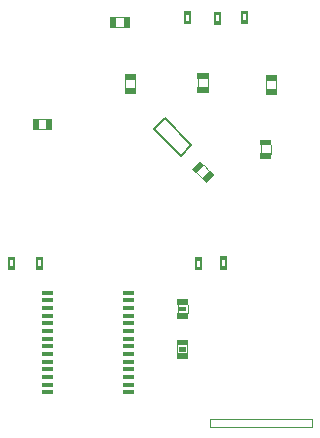
<source format=gbr>
G04 DipTrace 3.3.1.3*
G04 TopAssy.gbr*
%MOIN*%
G04 #@! TF.FileFunction,Drawing,Top*
G04 #@! TF.Part,Single*
%ADD20C,0.006*%
%ADD23C,0.004*%
%ADD27C,0.005*%
%ADD33C,0.003937*%
%FSLAX26Y26*%
G04*
G70*
G90*
G75*
G01*
G04 TopAssy*
%LPD*%
G36*
X586835Y902344D2*
X610464D1*
Y890548D1*
X586835D1*
Y902344D1*
G37*
G36*
Y934344D2*
X610464D1*
Y922548D1*
X586835D1*
Y934344D1*
G37*
X589634Y902692D2*
D20*
Y921992D1*
X607273D2*
Y902692D1*
G36*
X1140327Y1195471D2*
X1154234Y1181564D1*
X1180680Y1208024D1*
X1166787Y1221931D1*
X1140327Y1195471D1*
G37*
G36*
X1107795Y1228002D2*
X1121702Y1214095D1*
X1148162Y1240555D1*
X1134255Y1254449D1*
X1107795Y1228002D1*
G37*
X1142159Y1196319D2*
D23*
X1122345Y1216133D1*
X1165843Y1220003D2*
X1146029Y1239817D1*
G36*
X518666Y922383D2*
X495037D1*
Y934178D1*
X518666D1*
Y922383D1*
G37*
G36*
Y890383D2*
X495037D1*
Y902178D1*
X518666D1*
Y890383D1*
G37*
X515867Y922035D2*
D20*
Y902735D1*
X498228D2*
Y922035D1*
G36*
X596216Y1394213D2*
X576556D1*
Y1356797D1*
X596216D1*
Y1394213D1*
G37*
G36*
X642215D2*
X622556D1*
Y1356797D1*
X642215D1*
Y1394213D1*
G37*
X595520Y1392317D2*
D23*
X623542D1*
X595520Y1358817D2*
X623542D1*
G36*
X1353263Y1494310D2*
X1390679D1*
Y1474651D1*
X1353263D1*
Y1494310D1*
G37*
G36*
Y1540310D2*
X1390679D1*
Y1520650D1*
X1353263D1*
Y1540310D1*
G37*
X1355159Y1493614D2*
D23*
Y1521636D1*
X1388659Y1493614D2*
Y1521636D1*
G36*
X920272Y1522335D2*
X882856D1*
Y1541995D1*
X920272D1*
Y1522335D1*
G37*
G36*
Y1476336D2*
X882856D1*
Y1495995D1*
X920272D1*
Y1476336D1*
G37*
X918376Y1523031D2*
D23*
Y1495009D1*
X884876Y1523031D2*
Y1495009D1*
G36*
X1162745Y1527295D2*
X1125329D1*
Y1546954D1*
X1162745D1*
Y1527295D1*
G37*
G36*
Y1481295D2*
X1125329D1*
Y1500954D1*
X1162745D1*
Y1481295D1*
G37*
X1160848Y1527990D2*
D23*
Y1499969D1*
X1127349Y1527990D2*
Y1499969D1*
G36*
X1372292Y1305130D2*
X1334876D1*
Y1324790D1*
X1372292D1*
Y1305130D1*
G37*
G36*
Y1259131D2*
X1334876D1*
Y1278790D1*
X1372292D1*
Y1259131D1*
G37*
X1370395Y1305826D2*
D23*
Y1277805D1*
X1336896Y1305826D2*
Y1277805D1*
X1016459Y1395344D2*
D27*
X1105548Y1306254D1*
X1069359Y1270064D1*
X980269Y1359154D1*
X1016459Y1395344D1*
G36*
X1224395Y923616D2*
X1200766D1*
Y935412D1*
X1224395D1*
Y923616D1*
G37*
G36*
Y891616D2*
X1200766D1*
Y903412D1*
X1224395D1*
Y891616D1*
G37*
X1221596Y923269D2*
D20*
Y903969D1*
X1203957D2*
Y923269D1*
G36*
X1141451Y921395D2*
X1117822D1*
Y933190D1*
X1141451D1*
Y921395D1*
G37*
G36*
Y889395D2*
X1117822D1*
Y901190D1*
X1141451D1*
Y889395D1*
G37*
X1138652Y921047D2*
D20*
Y901747D1*
X1121013D2*
Y921047D1*
G36*
X855458Y1734300D2*
X835799D1*
Y1696884D1*
X855458D1*
Y1734300D1*
G37*
G36*
X901458D2*
X881799D1*
Y1696884D1*
X901458D1*
Y1734300D1*
G37*
X854763Y1732403D2*
D23*
X882784D1*
X854763Y1698904D2*
X882784D1*
G36*
X1293239Y1743278D2*
X1269610D1*
Y1755073D1*
X1293239D1*
Y1743278D1*
G37*
G36*
Y1711278D2*
X1269610D1*
Y1723073D1*
X1293239D1*
Y1711278D1*
G37*
X1290439Y1742930D2*
D20*
Y1723630D1*
X1272800D2*
Y1742930D1*
G36*
X878397Y821184D2*
Y808368D1*
X915188D1*
Y821184D1*
X878397D1*
G37*
G36*
X608110D2*
Y808368D1*
X644900D1*
Y821184D1*
X608110D1*
G37*
G36*
Y795593D2*
Y782778D1*
X644900D1*
Y795593D1*
X608110D1*
G37*
G36*
Y770003D2*
Y757187D1*
X644900D1*
Y770003D1*
X608110D1*
G37*
G36*
X878397Y795593D2*
Y782778D1*
X915188D1*
Y795593D1*
X878397D1*
G37*
G36*
Y770003D2*
Y757187D1*
X915188D1*
Y770003D1*
X878397D1*
G37*
G36*
Y744412D2*
Y731597D1*
X915188D1*
Y744412D1*
X878397D1*
G37*
G36*
Y718822D2*
Y706006D1*
X915188D1*
Y718822D1*
X878397D1*
G37*
G36*
Y693231D2*
Y680415D1*
X915188D1*
Y693231D1*
X878397D1*
G37*
G36*
Y667641D2*
Y654825D1*
X915188D1*
Y667641D1*
X878397D1*
G37*
G36*
Y642050D2*
Y629234D1*
X915188D1*
Y642050D1*
X878397D1*
G37*
G36*
Y616460D2*
Y603644D1*
X915188D1*
Y616460D1*
X878397D1*
G37*
G36*
Y590869D2*
Y578053D1*
X915188D1*
Y590869D1*
X878397D1*
G37*
G36*
Y565278D2*
Y552463D1*
X915188D1*
Y565278D1*
X878397D1*
G37*
G36*
Y539688D2*
Y526872D1*
X915188D1*
Y539688D1*
X878397D1*
G37*
G36*
Y514097D2*
Y501282D1*
X915188D1*
Y514097D1*
X878397D1*
G37*
G36*
Y488507D2*
Y475691D1*
X915188D1*
Y488507D1*
X878397D1*
G37*
G36*
X608110Y744412D2*
Y731597D1*
X644900D1*
Y744412D1*
X608110D1*
G37*
G36*
Y718822D2*
Y706006D1*
X644900D1*
Y718822D1*
X608110D1*
G37*
G36*
Y693231D2*
Y680415D1*
X644900D1*
Y693231D1*
X608110D1*
G37*
G36*
Y667641D2*
Y654825D1*
X644900D1*
Y667641D1*
X608110D1*
G37*
G36*
Y642050D2*
Y629234D1*
X644900D1*
Y642050D1*
X608110D1*
G37*
G36*
Y616460D2*
Y603644D1*
X644900D1*
Y616460D1*
X608110D1*
G37*
G36*
Y590869D2*
Y578053D1*
X644900D1*
Y590869D1*
X608110D1*
G37*
G36*
Y565278D2*
Y552463D1*
X644900D1*
Y565278D1*
X608110D1*
G37*
G36*
Y539688D2*
Y526872D1*
X644900D1*
Y539688D1*
X608110D1*
G37*
G36*
Y514097D2*
Y501282D1*
X644900D1*
Y514097D1*
X608110D1*
G37*
G36*
Y488507D2*
Y475691D1*
X644900D1*
Y488507D1*
X608110D1*
G37*
X1059375Y746445D2*
D23*
Y774467D1*
X1092878Y746445D2*
Y774467D1*
G36*
X1094882Y727451D2*
X1057481D1*
Y747150D1*
X1094882D1*
Y727451D1*
G37*
G36*
Y773453D2*
X1057481D1*
Y793141D1*
X1094882D1*
Y773453D1*
G37*
G36*
X1088193Y752585D2*
X1064571D1*
Y768327D1*
X1088193D1*
Y752585D1*
G37*
X1058855Y611469D2*
D23*
Y639491D1*
X1092359Y611469D2*
Y639491D1*
G36*
X1094363Y592475D2*
X1056961D1*
Y612174D1*
X1094363D1*
Y592475D1*
G37*
G36*
Y638476D2*
X1056961D1*
Y658165D1*
X1094363D1*
Y638476D1*
G37*
G36*
X1087674Y617609D2*
X1064052D1*
Y633350D1*
X1087674D1*
Y617609D1*
G37*
X1169244Y366898D2*
D33*
X1507782D1*
Y392542D1*
X1169244D1*
Y366898D1*
G36*
X1082091Y1720752D2*
X1105720D1*
Y1708956D1*
X1082091D1*
Y1720752D1*
G37*
G36*
Y1752752D2*
X1105720D1*
Y1740956D1*
X1082091D1*
Y1752752D1*
G37*
X1084890Y1721100D2*
D20*
Y1740400D1*
X1102529D2*
Y1721100D1*
G36*
X1180388Y1719385D2*
X1204017D1*
Y1707589D1*
X1180388D1*
Y1719385D1*
G37*
G36*
Y1751385D2*
X1204017D1*
Y1739589D1*
X1180388D1*
Y1751385D1*
G37*
X1183188Y1719733D2*
D20*
Y1739032D1*
X1200827D2*
Y1719733D1*
M02*

</source>
